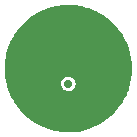
<source format=gbr>
G04 #@! TF.GenerationSoftware,KiCad,Pcbnew,6.0.2-378541a8eb~116~ubuntu20.04.1*
G04 #@! TF.CreationDate,2022-03-16T12:21:31+01:00*
G04 #@! TF.ProjectId,ICS-43434-PCB,4943532d-3433-4343-9334-2d5043422e6b,rev?*
G04 #@! TF.SameCoordinates,Original*
G04 #@! TF.FileFunction,Copper,L2,Bot*
G04 #@! TF.FilePolarity,Positive*
%FSLAX46Y46*%
G04 Gerber Fmt 4.6, Leading zero omitted, Abs format (unit mm)*
G04 Created by KiCad (PCBNEW 6.0.2-378541a8eb~116~ubuntu20.04.1) date 2022-03-16 12:21:31*
%MOMM*%
%LPD*%
G01*
G04 APERTURE LIST*
G04 #@! TA.AperFunction,WasherPad*
%ADD10C,0.710000*%
G04 #@! TD*
G04 #@! TA.AperFunction,ViaPad*
%ADD11C,0.800000*%
G04 #@! TD*
G04 #@! TA.AperFunction,Conductor*
%ADD12C,0.250000*%
G04 #@! TD*
G04 APERTURE END LIST*
D10*
X100000000Y-101287000D03*
D11*
X95123000Y-100304600D03*
X100000000Y-98780600D03*
X104876600Y-100304600D03*
X100000000Y-104927400D03*
D12*
X104876600Y-100304600D02*
X100253800Y-104927400D01*
X100000000Y-98780600D02*
X103352600Y-98780600D01*
X100000000Y-98780600D02*
X95529400Y-98780600D01*
X95529400Y-98780600D02*
X95529400Y-99898200D01*
X103352600Y-98780600D02*
X104876600Y-100304600D01*
X100253800Y-104927400D02*
X100000000Y-104927400D01*
X95529400Y-99898200D02*
X95123000Y-100304600D01*
G04 #@! TA.AperFunction,Conductor*
G36*
X100155017Y-94610798D02*
G01*
X100333538Y-94614537D01*
X100344057Y-94615199D01*
X100783026Y-94661335D01*
X100793446Y-94662875D01*
X101148494Y-94730604D01*
X101226996Y-94745579D01*
X101237250Y-94747983D01*
X101662386Y-94866683D01*
X101672392Y-94869935D01*
X102021601Y-94999804D01*
X102086092Y-95023788D01*
X102095820Y-95027878D01*
X102495165Y-95215796D01*
X102504517Y-95220685D01*
X102597944Y-95274625D01*
X102886752Y-95441369D01*
X102895646Y-95447013D01*
X103075868Y-95572270D01*
X103258083Y-95698913D01*
X103266488Y-95705293D01*
X103606554Y-95986620D01*
X103614397Y-95993682D01*
X103929749Y-96302498D01*
X103936972Y-96310190D01*
X104009853Y-96394623D01*
X104225366Y-96644297D01*
X104231905Y-96652547D01*
X104356600Y-96824174D01*
X104491339Y-97009627D01*
X104497179Y-97018417D01*
X104725813Y-97395936D01*
X104730897Y-97405183D01*
X104927143Y-97800519D01*
X104931435Y-97810159D01*
X105093913Y-98220531D01*
X105097383Y-98230497D01*
X105224946Y-98653006D01*
X105227571Y-98663227D01*
X105319339Y-99094960D01*
X105321098Y-99105365D01*
X105376413Y-99543235D01*
X105377296Y-99553750D01*
X105395779Y-99994723D01*
X105395779Y-100005277D01*
X105377296Y-100446250D01*
X105376413Y-100456765D01*
X105321098Y-100894635D01*
X105319339Y-100905040D01*
X105227571Y-101336773D01*
X105224946Y-101346994D01*
X105097383Y-101769503D01*
X105093913Y-101779468D01*
X105047183Y-101897495D01*
X104931435Y-102189841D01*
X104927143Y-102199481D01*
X104730897Y-102594817D01*
X104725813Y-102604064D01*
X104497179Y-102981583D01*
X104491339Y-102990373D01*
X104231905Y-103347453D01*
X104225366Y-103355703D01*
X104145548Y-103448173D01*
X103936972Y-103689810D01*
X103929749Y-103697502D01*
X103614397Y-104006318D01*
X103606554Y-104013380D01*
X103266488Y-104294707D01*
X103258083Y-104301087D01*
X102895646Y-104552987D01*
X102886752Y-104558631D01*
X102693440Y-104670240D01*
X102504517Y-104779315D01*
X102495165Y-104784204D01*
X102095820Y-104972122D01*
X102086094Y-104976211D01*
X101872815Y-105055529D01*
X101672396Y-105130064D01*
X101662386Y-105133317D01*
X101237250Y-105252017D01*
X101226996Y-105254421D01*
X100793446Y-105337125D01*
X100783026Y-105338665D01*
X100344057Y-105384801D01*
X100333538Y-105385463D01*
X100155017Y-105389202D01*
X99892275Y-105394706D01*
X99881724Y-105394485D01*
X99678714Y-105381713D01*
X99441224Y-105366771D01*
X99430752Y-105365670D01*
X98994118Y-105301194D01*
X98983753Y-105299217D01*
X98554049Y-105198430D01*
X98543885Y-105195592D01*
X98124132Y-105059207D01*
X98114241Y-105055529D01*
X97707363Y-104884493D01*
X97697815Y-104880000D01*
X97306675Y-104675517D01*
X97297536Y-104670240D01*
X96924891Y-104433752D01*
X96916237Y-104427738D01*
X96564655Y-104160873D01*
X96556532Y-104154152D01*
X96400188Y-104013380D01*
X96228542Y-103858829D01*
X96221006Y-103851450D01*
X95918870Y-103529707D01*
X95911975Y-103521719D01*
X95637823Y-103175826D01*
X95631620Y-103167288D01*
X95387380Y-102799678D01*
X95381913Y-102790652D01*
X95169283Y-102403879D01*
X95164591Y-102394427D01*
X94985068Y-101991212D01*
X94981186Y-101981404D01*
X94836045Y-101564614D01*
X94832995Y-101554512D01*
X94762659Y-101280571D01*
X99386057Y-101280571D01*
X99402245Y-101427202D01*
X99452942Y-101565740D01*
X99457179Y-101572046D01*
X99457181Y-101572049D01*
X99464396Y-101582786D01*
X99535222Y-101688185D01*
X99540840Y-101693297D01*
X99551049Y-101702586D01*
X99644335Y-101787470D01*
X99664455Y-101798394D01*
X99767303Y-101854236D01*
X99767305Y-101854237D01*
X99773980Y-101857861D01*
X99781329Y-101859789D01*
X99909323Y-101893368D01*
X99909327Y-101893369D01*
X99916674Y-101895296D01*
X99994098Y-101896513D01*
X100056580Y-101897495D01*
X100056583Y-101897495D01*
X100064178Y-101897614D01*
X100114328Y-101886128D01*
X100200574Y-101866375D01*
X100200577Y-101866374D01*
X100207977Y-101864679D01*
X100339770Y-101798394D01*
X100376474Y-101767046D01*
X100446173Y-101707518D01*
X100446175Y-101707515D01*
X100451947Y-101702586D01*
X100538032Y-101582786D01*
X100542349Y-101572049D01*
X100590222Y-101452959D01*
X100590222Y-101452958D01*
X100593056Y-101445909D01*
X100613842Y-101299858D01*
X100613977Y-101287000D01*
X100596254Y-101140546D01*
X100544109Y-101002547D01*
X100539810Y-100996292D01*
X100539808Y-100996288D01*
X100464853Y-100887229D01*
X100464852Y-100887228D01*
X100460551Y-100880970D01*
X100449555Y-100871173D01*
X100356077Y-100787886D01*
X100356074Y-100787884D01*
X100350405Y-100782833D01*
X100343691Y-100779278D01*
X100226745Y-100717358D01*
X100226742Y-100717357D01*
X100220030Y-100713803D01*
X100076952Y-100677864D01*
X100069354Y-100677824D01*
X100069352Y-100677824D01*
X100006779Y-100677497D01*
X99929431Y-100677092D01*
X99922052Y-100678864D01*
X99922048Y-100678864D01*
X99793370Y-100709757D01*
X99785985Y-100711530D01*
X99654894Y-100779192D01*
X99543726Y-100876169D01*
X99458900Y-100996865D01*
X99456141Y-101003940D01*
X99456140Y-101003943D01*
X99412188Y-101116673D01*
X99405312Y-101134310D01*
X99386057Y-101280571D01*
X94762659Y-101280571D01*
X94723227Y-101126995D01*
X94721033Y-101116673D01*
X94700672Y-100996288D01*
X94647429Y-100681500D01*
X94646107Y-100671039D01*
X94609175Y-100231225D01*
X94608733Y-100220682D01*
X94608733Y-99779318D01*
X94609175Y-99768775D01*
X94646107Y-99328961D01*
X94647430Y-99318491D01*
X94685238Y-99094960D01*
X94721035Y-98883317D01*
X94723227Y-98873005D01*
X94832995Y-98445488D01*
X94836045Y-98435386D01*
X94981186Y-98018596D01*
X94985070Y-98008784D01*
X95073504Y-97810159D01*
X95164593Y-97605569D01*
X95169283Y-97596121D01*
X95215486Y-97512079D01*
X95381913Y-97209347D01*
X95387380Y-97200322D01*
X95631620Y-96832712D01*
X95637823Y-96824174D01*
X95911975Y-96478281D01*
X95918870Y-96470293D01*
X96221006Y-96148550D01*
X96228546Y-96141167D01*
X96396445Y-95989991D01*
X96556532Y-95845848D01*
X96564655Y-95839127D01*
X96916237Y-95572262D01*
X96924891Y-95566248D01*
X97297536Y-95329760D01*
X97306675Y-95324483D01*
X97697815Y-95120000D01*
X97707363Y-95115507D01*
X98114241Y-94944471D01*
X98124132Y-94940793D01*
X98543885Y-94804408D01*
X98554049Y-94801570D01*
X98983753Y-94700783D01*
X98994118Y-94698806D01*
X98995816Y-94698555D01*
X99430752Y-94634330D01*
X99441224Y-94633229D01*
X99678714Y-94618287D01*
X99881724Y-94605515D01*
X99892275Y-94605294D01*
X100155017Y-94610798D01*
G37*
G04 #@! TD.AperFunction*
M02*

</source>
